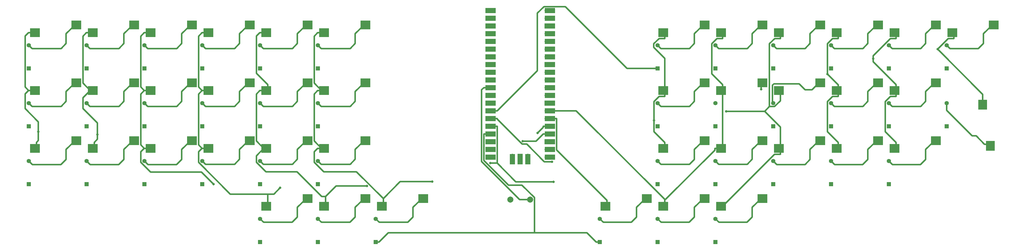
<source format=gbr>
G04 #@! TF.GenerationSoftware,KiCad,Pcbnew,7.0.10*
G04 #@! TF.CreationDate,2024-04-07T15:44:14+09:00*
G04 #@! TF.ProjectId,first_keyboard,66697273-745f-46b6-9579-626f6172642e,rev?*
G04 #@! TF.SameCoordinates,Original*
G04 #@! TF.FileFunction,Copper,L2,Bot*
G04 #@! TF.FilePolarity,Positive*
%FSLAX46Y46*%
G04 Gerber Fmt 4.6, Leading zero omitted, Abs format (unit mm)*
G04 Created by KiCad (PCBNEW 7.0.10) date 2024-04-07 15:44:14*
%MOMM*%
%LPD*%
G01*
G04 APERTURE LIST*
G04 #@! TA.AperFunction,SMDPad,CuDef*
%ADD10R,3.300000X3.000000*%
G04 #@! TD*
G04 #@! TA.AperFunction,SMDPad,CuDef*
%ADD11R,3.000000X3.300000*%
G04 #@! TD*
G04 #@! TA.AperFunction,ComponentPad*
%ADD12C,2.000000*%
G04 #@! TD*
G04 #@! TA.AperFunction,ComponentPad*
%ADD13R,1.397000X1.397000*%
G04 #@! TD*
G04 #@! TA.AperFunction,ComponentPad*
%ADD14C,1.397000*%
G04 #@! TD*
G04 #@! TA.AperFunction,ComponentPad*
%ADD15O,1.700000X1.700000*%
G04 #@! TD*
G04 #@! TA.AperFunction,SMDPad,CuDef*
%ADD16R,3.500000X1.700000*%
G04 #@! TD*
G04 #@! TA.AperFunction,ComponentPad*
%ADD17R,1.700000X1.700000*%
G04 #@! TD*
G04 #@! TA.AperFunction,SMDPad,CuDef*
%ADD18R,1.700000X3.500000*%
G04 #@! TD*
G04 #@! TA.AperFunction,ViaPad*
%ADD19C,0.800000*%
G04 #@! TD*
G04 #@! TA.AperFunction,Conductor*
%ADD20C,0.500000*%
G04 #@! TD*
G04 APERTURE END LIST*
D10*
X254170000Y-113263700D03*
X267770000Y-110723700D03*
X330370000Y-113263700D03*
X343970000Y-110723700D03*
X104295000Y-151363700D03*
X117895000Y-148823700D03*
X273220000Y-113263700D03*
X286820000Y-110723700D03*
X47145000Y-151363700D03*
X60745000Y-148823700D03*
X85245000Y-151363700D03*
X98845000Y-148823700D03*
X104295000Y-113263700D03*
X117895000Y-110723700D03*
X47145000Y-113263700D03*
X60745000Y-110723700D03*
X235120000Y-170413700D03*
X248720000Y-167873700D03*
X123345000Y-170413700D03*
X136945000Y-167873700D03*
X292270000Y-132313700D03*
X305870000Y-129773700D03*
X273220000Y-151363700D03*
X286820000Y-148823700D03*
X85245000Y-113263700D03*
X98845000Y-110723700D03*
X66195000Y-151363700D03*
X79795000Y-148823700D03*
X273220000Y-170413700D03*
X286820000Y-167873700D03*
X85245000Y-132313700D03*
X98845000Y-129773700D03*
X123345000Y-132313700D03*
X136945000Y-129773700D03*
X254170000Y-151363700D03*
X267770000Y-148823700D03*
X123345000Y-151363700D03*
X136945000Y-148823700D03*
X292270000Y-113263700D03*
X305870000Y-110723700D03*
X292270000Y-151363700D03*
X305870000Y-148823700D03*
X123345000Y-113263700D03*
X136945000Y-110723700D03*
X330370000Y-132313700D03*
X343970000Y-129773700D03*
D11*
X359410000Y-137018700D03*
X361950000Y-150518700D03*
D10*
X254170000Y-132313700D03*
X267770000Y-129773700D03*
X161445000Y-170413700D03*
X175045000Y-167873700D03*
X311320000Y-113263700D03*
X324920000Y-110723700D03*
X254170000Y-170413700D03*
X267770000Y-167873700D03*
X66195000Y-113263700D03*
X79795000Y-110723700D03*
X273220000Y-132313700D03*
X286820000Y-129773700D03*
X47145000Y-132313700D03*
X60745000Y-129773700D03*
X66195000Y-132313700D03*
X79795000Y-129773700D03*
X142395000Y-113263700D03*
X155995000Y-110723700D03*
X142395000Y-132313700D03*
X155995000Y-129773700D03*
X330370000Y-151363700D03*
X343970000Y-148823700D03*
X104295000Y-132313700D03*
X117895000Y-129773700D03*
X142395000Y-151363700D03*
X155995000Y-148823700D03*
X142395000Y-170413700D03*
X155995000Y-167873700D03*
D12*
X210245000Y-168231200D03*
X203745000Y-168231200D03*
D10*
X349420000Y-113263700D03*
X363020000Y-110723700D03*
X311320000Y-151363700D03*
X324920000Y-148823700D03*
X311320000Y-132313700D03*
X324920000Y-129773700D03*
D13*
X252238800Y-163122400D03*
D14*
X252238800Y-155502400D03*
D13*
X290338800Y-163122400D03*
D14*
X290338800Y-155502400D03*
D13*
X83170000Y-163122400D03*
D14*
X83170000Y-155502400D03*
D13*
X271288800Y-125022400D03*
D14*
X271288800Y-117402400D03*
D13*
X64120000Y-144072400D03*
D14*
X64120000Y-136452400D03*
D13*
X328438800Y-125022400D03*
D14*
X328438800Y-117402400D03*
D13*
X140320000Y-144072400D03*
D14*
X140320000Y-136452400D03*
D13*
X121270000Y-163122400D03*
D14*
X121270000Y-155502400D03*
D13*
X140320000Y-163122400D03*
D14*
X140320000Y-155502400D03*
D13*
X271288800Y-163122400D03*
D14*
X271288800Y-155502400D03*
D13*
X64120000Y-163122400D03*
D14*
X64120000Y-155502400D03*
D13*
X121270000Y-182172400D03*
D14*
X121270000Y-174552400D03*
D13*
X140320000Y-182172400D03*
D14*
X140320000Y-174552400D03*
D13*
X83170000Y-144072400D03*
D14*
X83170000Y-136452400D03*
D13*
X309388800Y-163122400D03*
D14*
X309388800Y-155502400D03*
D13*
X271288800Y-144072400D03*
D14*
X271288800Y-136452400D03*
D13*
X45070000Y-144072400D03*
D14*
X45070000Y-136452400D03*
D13*
X121270000Y-125022400D03*
D14*
X121270000Y-117402400D03*
D13*
X252238800Y-182172400D03*
D14*
X252238800Y-174552400D03*
D13*
X290338800Y-144072400D03*
D14*
X290338800Y-136452400D03*
D13*
X252238800Y-144072400D03*
D14*
X252238800Y-136452400D03*
D13*
X328438800Y-163122400D03*
D14*
X328438800Y-155502400D03*
D13*
X102220000Y-144072400D03*
D14*
X102220000Y-136452400D03*
D13*
X45070000Y-125022400D03*
D14*
X45070000Y-117402400D03*
D13*
X140320000Y-125022400D03*
D14*
X140320000Y-117402400D03*
D13*
X347488800Y-144072400D03*
D14*
X347488800Y-136452400D03*
D13*
X271288800Y-182172400D03*
D14*
X271288800Y-174552400D03*
D13*
X328438800Y-144072400D03*
D14*
X328438800Y-136452400D03*
D13*
X102220000Y-125022400D03*
D14*
X102220000Y-117402400D03*
D13*
X252238800Y-125022400D03*
D14*
X252238800Y-117402400D03*
D13*
X64120000Y-125022400D03*
D14*
X64120000Y-117402400D03*
D13*
X290338800Y-125022400D03*
D14*
X290338800Y-117402400D03*
D13*
X233188800Y-182172400D03*
D14*
X233188800Y-174552400D03*
D13*
X45070000Y-163122400D03*
D14*
X45070000Y-155502400D03*
D13*
X347488800Y-125022400D03*
D14*
X347488800Y-117402400D03*
D13*
X159370000Y-182172400D03*
D14*
X159370000Y-174552400D03*
D13*
X102220000Y-163122400D03*
D14*
X102220000Y-155502400D03*
D15*
X215885000Y-106001200D03*
D16*
X216785000Y-106001200D03*
D15*
X215885000Y-108541200D03*
D16*
X216785000Y-108541200D03*
D17*
X215885000Y-111081200D03*
D16*
X216785000Y-111081200D03*
D15*
X215885000Y-113621200D03*
D16*
X216785000Y-113621200D03*
D15*
X215885000Y-116161200D03*
D16*
X216785000Y-116161200D03*
D15*
X215885000Y-118701200D03*
D16*
X216785000Y-118701200D03*
D15*
X215885000Y-121241200D03*
D16*
X216785000Y-121241200D03*
D17*
X215885000Y-123781200D03*
D16*
X216785000Y-123781200D03*
D15*
X215885000Y-126321200D03*
D16*
X216785000Y-126321200D03*
D15*
X215885000Y-128861200D03*
D16*
X216785000Y-128861200D03*
D15*
X215885000Y-131401200D03*
D16*
X216785000Y-131401200D03*
D15*
X215885000Y-133941200D03*
D16*
X216785000Y-133941200D03*
D17*
X215885000Y-136481200D03*
D16*
X216785000Y-136481200D03*
D15*
X215885000Y-139021200D03*
D16*
X216785000Y-139021200D03*
D15*
X215885000Y-141561200D03*
D16*
X216785000Y-141561200D03*
D15*
X215885000Y-144101200D03*
D16*
X216785000Y-144101200D03*
D15*
X215885000Y-146641200D03*
D16*
X216785000Y-146641200D03*
D17*
X215885000Y-149181200D03*
D16*
X216785000Y-149181200D03*
D15*
X215885000Y-151721200D03*
D16*
X216785000Y-151721200D03*
D15*
X215885000Y-154261200D03*
D16*
X216785000Y-154261200D03*
D15*
X198105000Y-154261200D03*
D16*
X197205000Y-154261200D03*
D15*
X198105000Y-151721200D03*
D16*
X197205000Y-151721200D03*
D17*
X198105000Y-149181200D03*
D16*
X197205000Y-149181200D03*
D15*
X198105000Y-146641200D03*
D16*
X197205000Y-146641200D03*
D15*
X198105000Y-144101200D03*
D16*
X197205000Y-144101200D03*
D15*
X198105000Y-141561200D03*
D16*
X197205000Y-141561200D03*
D15*
X198105000Y-139021200D03*
D16*
X197205000Y-139021200D03*
D17*
X198105000Y-136481200D03*
D16*
X197205000Y-136481200D03*
D15*
X198105000Y-133941200D03*
D16*
X197205000Y-133941200D03*
D15*
X198105000Y-131401200D03*
D16*
X197205000Y-131401200D03*
D15*
X198105000Y-128861200D03*
D16*
X197205000Y-128861200D03*
D15*
X198105000Y-126321200D03*
D16*
X197205000Y-126321200D03*
D17*
X198105000Y-123781200D03*
D16*
X197205000Y-123781200D03*
D15*
X198105000Y-121241200D03*
D16*
X197205000Y-121241200D03*
D15*
X198105000Y-118701200D03*
D16*
X197205000Y-118701200D03*
D15*
X198105000Y-116161200D03*
D16*
X197205000Y-116161200D03*
D15*
X198105000Y-113621200D03*
D16*
X197205000Y-113621200D03*
D17*
X198105000Y-111081200D03*
D16*
X197205000Y-111081200D03*
D15*
X198105000Y-108541200D03*
D16*
X197205000Y-108541200D03*
D15*
X198105000Y-106001200D03*
D16*
X197205000Y-106001200D03*
D15*
X209535000Y-154031200D03*
D18*
X209535000Y-154931200D03*
D17*
X206995000Y-154031200D03*
D18*
X206995000Y-154931200D03*
D15*
X204455000Y-154031200D03*
D18*
X204455000Y-154931200D03*
D13*
X309388800Y-144072400D03*
D14*
X309388800Y-136452400D03*
D13*
X121270000Y-144072400D03*
D14*
X121270000Y-136452400D03*
D13*
X83170000Y-125022400D03*
D14*
X83170000Y-117402400D03*
D13*
X309388800Y-125022400D03*
D14*
X309388800Y-117402400D03*
D19*
X217500800Y-155750200D03*
X217949600Y-162367800D03*
X197120600Y-156233100D03*
X286369900Y-131906600D03*
X48260100Y-145919500D03*
X67703700Y-146798700D03*
X105950800Y-163117200D03*
X127883900Y-164372900D03*
X156513400Y-163709400D03*
X207839400Y-148976800D03*
X178046600Y-162345300D03*
X212722400Y-146283100D03*
X251075600Y-142158100D03*
X274864500Y-139197500D03*
X308223400Y-126888300D03*
X323282300Y-121840100D03*
X344543300Y-118737900D03*
D20*
X46215800Y-118548200D02*
X55724500Y-118548200D01*
X55724500Y-118548200D02*
X57387300Y-116885400D01*
X45070000Y-117402400D02*
X46215800Y-118548200D01*
X57387300Y-116885400D02*
X57387300Y-113631400D01*
X57387300Y-113631400D02*
X60295000Y-110723700D01*
X212624600Y-125803500D02*
X212624600Y-106886300D01*
X212624600Y-106886300D02*
X214811600Y-104699300D01*
X221833800Y-104699300D02*
X242156900Y-125022400D01*
X199406900Y-139021200D02*
X212624600Y-125803500D01*
X214811600Y-104699300D02*
X221833800Y-104699300D01*
X198105000Y-139021200D02*
X199406900Y-139021200D01*
X242156900Y-125022400D02*
X252238800Y-125022400D01*
X57387300Y-135935400D02*
X57387300Y-132681400D01*
X57387300Y-132681400D02*
X60295000Y-129773700D01*
X46215800Y-137598200D02*
X55724500Y-137598200D01*
X55724500Y-137598200D02*
X57387300Y-135935400D01*
X45070000Y-136452400D02*
X46215800Y-137598200D01*
X209173700Y-149962900D02*
X214961000Y-155750200D01*
X198105000Y-141561200D02*
X199406900Y-141561200D01*
X207620800Y-149962900D02*
X209173700Y-149962900D01*
X214961000Y-155750200D02*
X217500800Y-155750200D01*
X199406900Y-141561200D02*
X199406900Y-141749000D01*
X199406900Y-141749000D02*
X207620800Y-149962900D01*
X57387300Y-155018400D02*
X57387300Y-151731400D01*
X55689400Y-156716300D02*
X57387300Y-155018400D01*
X57387300Y-151731400D02*
X60295000Y-148823700D01*
X45070000Y-155502400D02*
X46283900Y-156716300D01*
X46283900Y-156716300D02*
X55689400Y-156716300D01*
X199406900Y-144101200D02*
X199406900Y-156233100D01*
X205541600Y-162367800D02*
X217949600Y-162367800D01*
X199406900Y-156233100D02*
X197120600Y-156233100D01*
X198105000Y-144101200D02*
X199406900Y-144101200D01*
X199406900Y-156233100D02*
X205541600Y-162367800D01*
X64120000Y-117402400D02*
X65265800Y-118548200D01*
X76437300Y-116885400D02*
X76437300Y-113631400D01*
X65265800Y-118548200D02*
X74774500Y-118548200D01*
X76437300Y-113631400D02*
X79345000Y-110723700D01*
X74774500Y-118548200D02*
X76437300Y-116885400D01*
X211714300Y-179126300D02*
X163566500Y-179126300D01*
X233188800Y-182172400D02*
X232038400Y-182172400D01*
X195003100Y-146641200D02*
X195003100Y-155341800D01*
X228992300Y-179126300D02*
X211714300Y-179126300D01*
X163566500Y-179126300D02*
X160520400Y-182172400D01*
X207588200Y-163472200D02*
X211714300Y-167598300D01*
X198105000Y-146641200D02*
X195003100Y-146641200D01*
X159370000Y-182172400D02*
X160520400Y-182172400D01*
X232038400Y-182172400D02*
X228992300Y-179126300D01*
X211714300Y-167598300D02*
X211714300Y-179126300D01*
X195003100Y-155341800D02*
X203133500Y-163472200D01*
X203133500Y-163472200D02*
X207588200Y-163472200D01*
X65265800Y-137598200D02*
X74774500Y-137598200D01*
X74774500Y-137598200D02*
X76437300Y-135935400D01*
X76437300Y-132681400D02*
X79345000Y-129773700D01*
X76437300Y-135935400D02*
X76437300Y-132681400D01*
X64120000Y-136452400D02*
X65265800Y-137598200D01*
X76437300Y-155018400D02*
X76437300Y-151731400D01*
X64120000Y-155502400D02*
X65333900Y-156716300D01*
X76437300Y-151731400D02*
X79345000Y-148823700D01*
X74739400Y-156716300D02*
X76437300Y-155018400D01*
X65333900Y-156716300D02*
X74739400Y-156716300D01*
X95487300Y-113631400D02*
X98395000Y-110723700D01*
X95487300Y-116885400D02*
X95487300Y-113631400D01*
X83170000Y-117402400D02*
X84315800Y-118548200D01*
X84315800Y-118548200D02*
X93824500Y-118548200D01*
X93824500Y-118548200D02*
X95487300Y-116885400D01*
X95487300Y-132681400D02*
X95487300Y-135935400D01*
X84315800Y-137598200D02*
X83170000Y-136452400D01*
X93824500Y-137598200D02*
X84315800Y-137598200D01*
X95487300Y-135935400D02*
X93824500Y-137598200D01*
X98395000Y-129773700D02*
X95487300Y-132681400D01*
X84355900Y-156688300D02*
X93808500Y-156688300D01*
X95487300Y-151731400D02*
X98395000Y-148823700D01*
X83170000Y-155502400D02*
X84355900Y-156688300D01*
X93808500Y-156688300D02*
X95487300Y-155009500D01*
X95487300Y-155009500D02*
X95487300Y-151731400D01*
X102220000Y-117402400D02*
X103365800Y-118548200D01*
X114537300Y-113631400D02*
X117445000Y-110723700D01*
X114537300Y-116885400D02*
X114537300Y-113631400D01*
X103365800Y-118548200D02*
X112874500Y-118548200D01*
X112874500Y-118548200D02*
X114537300Y-116885400D01*
X114537300Y-132681400D02*
X117445000Y-129773700D01*
X102220000Y-136452400D02*
X103365800Y-137598200D01*
X114537300Y-135935400D02*
X114537300Y-132681400D01*
X112874500Y-137598200D02*
X114537300Y-135935400D01*
X103365800Y-137598200D02*
X112874500Y-137598200D01*
X102220000Y-155502400D02*
X103366300Y-156648700D01*
X114537300Y-154985600D02*
X114537300Y-151731400D01*
X112874200Y-156648700D02*
X114537300Y-154985600D01*
X103366300Y-156648700D02*
X112874200Y-156648700D01*
X114537300Y-151731400D02*
X117445000Y-148823700D01*
X122447700Y-175730100D02*
X131889700Y-175730100D01*
X131889700Y-175730100D02*
X133587300Y-174032500D01*
X133587300Y-174032500D02*
X133587300Y-170781400D01*
X133587300Y-170781400D02*
X136495000Y-167873700D01*
X121270000Y-174552400D02*
X122447700Y-175730100D01*
X133587300Y-113631400D02*
X136495000Y-110723700D01*
X131924500Y-118548200D02*
X133587300Y-116885400D01*
X133587300Y-116885400D02*
X133587300Y-113631400D01*
X122415800Y-118548200D02*
X131924500Y-118548200D01*
X121270000Y-117402400D02*
X122415800Y-118548200D01*
X122415800Y-137598200D02*
X131924500Y-137598200D01*
X133587300Y-135935400D02*
X133587300Y-132681400D01*
X121270000Y-136452400D02*
X122415800Y-137598200D01*
X131924500Y-137598200D02*
X133587300Y-135935400D01*
X133587300Y-132681400D02*
X136495000Y-129773700D01*
X121270000Y-155502400D02*
X122415800Y-156648200D01*
X122415800Y-156648200D02*
X131924500Y-156648200D01*
X133587300Y-154985400D02*
X133587300Y-151731400D01*
X133587300Y-151731400D02*
X136495000Y-148823700D01*
X131924500Y-156648200D02*
X133587300Y-154985400D01*
X150939700Y-175730100D02*
X152637300Y-174032500D01*
X140320000Y-174552400D02*
X141497700Y-175730100D01*
X141497700Y-175730100D02*
X150939700Y-175730100D01*
X152637300Y-170781400D02*
X155545000Y-167873700D01*
X152637300Y-174032500D02*
X152637300Y-170781400D01*
X152637300Y-113631400D02*
X155545000Y-110723700D01*
X141465800Y-118548200D02*
X150974500Y-118548200D01*
X152637300Y-116885400D02*
X152637300Y-113631400D01*
X150974500Y-118548200D02*
X152637300Y-116885400D01*
X140320000Y-117402400D02*
X141465800Y-118548200D01*
X152637300Y-135935400D02*
X152637300Y-132681400D01*
X152637300Y-132681400D02*
X155545000Y-129773700D01*
X140320000Y-136452400D02*
X141465800Y-137598200D01*
X141465800Y-137598200D02*
X150974500Y-137598200D01*
X150974500Y-137598200D02*
X152637300Y-135935400D01*
X141465800Y-156648200D02*
X150974500Y-156648200D01*
X152637300Y-151731400D02*
X155545000Y-148823700D01*
X150974500Y-156648200D02*
X152637300Y-154985400D01*
X140320000Y-155502400D02*
X141465800Y-156648200D01*
X152637300Y-154985400D02*
X152637300Y-151731400D01*
X171687300Y-174032500D02*
X171687300Y-170781400D01*
X169989700Y-175730100D02*
X171687300Y-174032500D01*
X160547700Y-175730100D02*
X169989700Y-175730100D01*
X159370000Y-174552400D02*
X160547700Y-175730100D01*
X171687300Y-170781400D02*
X174595000Y-167873700D01*
X262749500Y-118548200D02*
X264412300Y-116885400D01*
X264412300Y-116885400D02*
X264412300Y-113631400D01*
X264412300Y-113631400D02*
X267320000Y-110723700D01*
X252238800Y-117402400D02*
X253384600Y-118548200D01*
X253384600Y-118548200D02*
X262749500Y-118548200D01*
X264412300Y-132681400D02*
X267320000Y-129773700D01*
X252238800Y-136452400D02*
X253384600Y-137598200D01*
X253384600Y-137598200D02*
X262749500Y-137598200D01*
X262749500Y-137598200D02*
X264412300Y-135935400D01*
X264412300Y-135935400D02*
X264412300Y-132681400D01*
X253404000Y-156667600D02*
X262745900Y-156667600D01*
X252238800Y-155502400D02*
X253404000Y-156667600D01*
X264412300Y-151731400D02*
X267320000Y-148823700D01*
X264412300Y-155001200D02*
X264412300Y-151731400D01*
X262745900Y-156667600D02*
X264412300Y-155001200D01*
X234366500Y-175730100D02*
X243664700Y-175730100D01*
X245362300Y-170781400D02*
X248270000Y-167873700D01*
X243664700Y-175730100D02*
X245362300Y-174032500D01*
X245362300Y-174032500D02*
X245362300Y-170781400D01*
X233188800Y-174552400D02*
X234366500Y-175730100D01*
X281799500Y-118548200D02*
X283462300Y-116885400D01*
X271288800Y-117402400D02*
X272434600Y-118548200D01*
X283462300Y-113631400D02*
X286370000Y-110723700D01*
X283462300Y-116885400D02*
X283462300Y-113631400D01*
X272434600Y-118548200D02*
X281799500Y-118548200D01*
X286370000Y-131906500D02*
X286370000Y-129773700D01*
X286369900Y-131906600D02*
X286370000Y-131906500D01*
X281799500Y-156648200D02*
X283462300Y-154985400D01*
X283462300Y-154985400D02*
X283462300Y-151731400D01*
X272434600Y-156648200D02*
X281799500Y-156648200D01*
X271288800Y-155502400D02*
X272434600Y-156648200D01*
X283462300Y-151731400D02*
X286370000Y-148823700D01*
X252238800Y-174552400D02*
X253416500Y-175730100D01*
X264412300Y-170781400D02*
X267320000Y-167873700D01*
X253416500Y-175730100D02*
X262714700Y-175730100D01*
X264412300Y-174032500D02*
X264412300Y-170781400D01*
X262714700Y-175730100D02*
X264412300Y-174032500D01*
X290338800Y-117402400D02*
X291484600Y-118548200D01*
X300849500Y-118548200D02*
X302512300Y-116885400D01*
X302512300Y-116885400D02*
X302512300Y-113631400D01*
X291484600Y-118548200D02*
X300849500Y-118548200D01*
X302512300Y-113631400D02*
X305420000Y-110723700D01*
X290338800Y-136452400D02*
X290140700Y-136254300D01*
X290140700Y-130590400D02*
X290588300Y-130142800D01*
X303142600Y-132051100D02*
X305420000Y-129773700D01*
X290140700Y-136254300D02*
X290140700Y-130590400D01*
X290588300Y-130142800D02*
X298941800Y-130142800D01*
X300850100Y-132051100D02*
X303142600Y-132051100D01*
X298941800Y-130142800D02*
X300850100Y-132051100D01*
X302512300Y-155039000D02*
X302512300Y-151731400D01*
X302512300Y-151731400D02*
X305420000Y-148823700D01*
X300851400Y-156699900D02*
X302512300Y-155039000D01*
X290338800Y-155502400D02*
X291536300Y-156699900D01*
X291536300Y-156699900D02*
X300851400Y-156699900D01*
X283462300Y-170781400D02*
X286370000Y-167873700D01*
X281764700Y-175730100D02*
X283462300Y-174032500D01*
X272466500Y-175730100D02*
X281764700Y-175730100D01*
X271288800Y-174552400D02*
X272466500Y-175730100D01*
X283462300Y-174032500D02*
X283462300Y-170781400D01*
X309388800Y-117402400D02*
X310534600Y-118548200D01*
X319899500Y-118548200D02*
X321562300Y-116885400D01*
X310534600Y-118548200D02*
X319899500Y-118548200D01*
X321562300Y-113631400D02*
X324470000Y-110723700D01*
X321562300Y-116885400D02*
X321562300Y-113631400D01*
X321562300Y-135935400D02*
X321562300Y-132681400D01*
X321562300Y-132681400D02*
X324470000Y-129773700D01*
X309388800Y-136452400D02*
X310534600Y-137598200D01*
X319899500Y-137598200D02*
X321562300Y-135935400D01*
X310534600Y-137598200D02*
X319899500Y-137598200D01*
X321562300Y-151731400D02*
X324470000Y-148823700D01*
X310602700Y-156716300D02*
X319864400Y-156716300D01*
X309388800Y-155502400D02*
X310602700Y-156716300D01*
X319864400Y-156716300D02*
X321562300Y-155018400D01*
X321562300Y-155018400D02*
X321562300Y-151731400D01*
X340612300Y-116885400D02*
X340612300Y-113631400D01*
X329584600Y-118548200D02*
X338949500Y-118548200D01*
X340612300Y-113631400D02*
X343520000Y-110723700D01*
X328438800Y-117402400D02*
X329584600Y-118548200D01*
X338949500Y-118548200D02*
X340612300Y-116885400D01*
X340612300Y-135935400D02*
X340612300Y-132681400D01*
X329584600Y-137598200D02*
X338949500Y-137598200D01*
X328438800Y-136452400D02*
X329584600Y-137598200D01*
X340612300Y-132681400D02*
X343520000Y-129773700D01*
X338949500Y-137598200D02*
X340612300Y-135935400D01*
X329652700Y-156716300D02*
X338914400Y-156716300D01*
X328438800Y-155502400D02*
X329652700Y-156716300D01*
X340612300Y-151731400D02*
X343520000Y-148823700D01*
X340612300Y-155018400D02*
X340612300Y-151731400D01*
X338914400Y-156716300D02*
X340612300Y-155018400D01*
X198105000Y-131401200D02*
X195003100Y-131401200D01*
X195003100Y-131401200D02*
X194301200Y-132103100D01*
X194301200Y-132103100D02*
X194301200Y-155723500D01*
X206808900Y-168231200D02*
X210245000Y-168231200D01*
X194301200Y-155723500D02*
X206808900Y-168231200D01*
X47595000Y-132313700D02*
X45043100Y-132313700D01*
X43885900Y-114420900D02*
X45043100Y-113263700D01*
X43885900Y-131156500D02*
X43885900Y-114420900D01*
X45043100Y-132313700D02*
X43901900Y-133454900D01*
X47595000Y-151363700D02*
X47595000Y-149411800D01*
X48260100Y-142626900D02*
X48260100Y-145919500D01*
X45043100Y-132313700D02*
X43885900Y-131156500D01*
X48260100Y-148746700D02*
X47595000Y-149411800D01*
X48260100Y-145919500D02*
X48260100Y-148746700D01*
X47595000Y-113263700D02*
X45043100Y-113263700D01*
X43901900Y-133454900D02*
X43901900Y-138268700D01*
X43901900Y-138268700D02*
X48260100Y-142626900D01*
X67703700Y-143020500D02*
X67703700Y-146798700D01*
X66645000Y-113263700D02*
X64093100Y-113263700D01*
X62962300Y-134720500D02*
X62962300Y-138279100D01*
X66645000Y-132313700D02*
X65369100Y-132313700D01*
X65369100Y-132313700D02*
X62924300Y-129868900D01*
X62924300Y-114432500D02*
X64093100Y-113263700D01*
X62962300Y-138279100D02*
X67703700Y-143020500D01*
X67703700Y-146798700D02*
X67703700Y-148353100D01*
X66645000Y-151363700D02*
X66645000Y-149411800D01*
X62924300Y-129868900D02*
X62924300Y-114432500D01*
X67703700Y-148353100D02*
X66645000Y-149411800D01*
X65369100Y-132313700D02*
X62962300Y-134720500D01*
X81973400Y-150194000D02*
X83143100Y-151363700D01*
X101982700Y-159149100D02*
X85183100Y-159149100D01*
X85695000Y-132313700D02*
X83143100Y-132313700D01*
X105950800Y-163117200D02*
X101982700Y-159149100D01*
X83143100Y-132313700D02*
X81973400Y-133483400D01*
X81988800Y-155954800D02*
X81988800Y-152518000D01*
X81988800Y-152518000D02*
X83143100Y-151363700D01*
X85695000Y-113263700D02*
X83143100Y-113263700D01*
X85695000Y-151363700D02*
X83143100Y-151363700D01*
X85183100Y-159149100D02*
X81988800Y-155954800D01*
X81973400Y-133483400D02*
X81973400Y-150194000D01*
X81973400Y-131144000D02*
X83143100Y-132313700D01*
X83143100Y-113263700D02*
X81973400Y-114433400D01*
X81973400Y-114433400D02*
X81973400Y-131144000D01*
X104745000Y-113263700D02*
X102193100Y-113263700D01*
X123795000Y-170413700D02*
X123795000Y-168461800D01*
X101023400Y-150194000D02*
X102193100Y-151363700D01*
X102193100Y-113263700D02*
X101023400Y-114433400D01*
X101038800Y-152518000D02*
X102193100Y-151363700D01*
X101038800Y-155969100D02*
X101038800Y-152518000D01*
X127883900Y-164372900D02*
X125839500Y-166417300D01*
X123795000Y-166417300D02*
X111487000Y-166417300D01*
X111487000Y-166417300D02*
X101038800Y-155969100D01*
X125839500Y-166417300D02*
X123795000Y-166417300D01*
X101023400Y-133483400D02*
X101023400Y-150194000D01*
X123795000Y-166417300D02*
X123795000Y-168461800D01*
X104745000Y-151363700D02*
X102193100Y-151363700D01*
X102193100Y-132313700D02*
X101023400Y-133483400D01*
X101023400Y-114433400D02*
X101023400Y-131144000D01*
X104745000Y-132313700D02*
X102193100Y-132313700D01*
X101023400Y-131144000D02*
X102193100Y-132313700D01*
X123795000Y-132313700D02*
X123795000Y-130361800D01*
X156513400Y-163709400D02*
X146323900Y-163709400D01*
X146323900Y-163709400D02*
X142845000Y-167188300D01*
X123795000Y-151363700D02*
X122519100Y-151363700D01*
X120074300Y-155954600D02*
X123223400Y-159103700D01*
X142845000Y-167188300D02*
X142845000Y-168532700D01*
X120074300Y-133482500D02*
X121243100Y-132313700D01*
X212247500Y-148976800D02*
X207839400Y-148976800D01*
X120112300Y-126679100D02*
X123795000Y-130361800D01*
X214583100Y-146641200D02*
X212247500Y-148976800D01*
X215885000Y-146641200D02*
X214583100Y-146641200D01*
X122519100Y-151363700D02*
X120074300Y-153808500D01*
X121243100Y-113263700D02*
X120112300Y-114394500D01*
X123795000Y-132313700D02*
X121243100Y-132313700D01*
X120074300Y-153808500D02*
X120074300Y-155954600D01*
X122519100Y-151363700D02*
X120074300Y-148918900D01*
X123795000Y-113263700D02*
X121243100Y-113263700D01*
X120112300Y-114394500D02*
X120112300Y-126679100D01*
X120074300Y-148918900D02*
X120074300Y-133482500D01*
X123223400Y-159103700D02*
X133486900Y-159103700D01*
X133486900Y-159103700D02*
X141571500Y-167188300D01*
X141571500Y-167188300D02*
X142845000Y-167188300D01*
X142845000Y-170413700D02*
X142845000Y-168532700D01*
X141569100Y-151363700D02*
X140293100Y-151363700D01*
X214583100Y-144101200D02*
X214583100Y-144422400D01*
X139124300Y-133482500D02*
X140293100Y-132313700D01*
X141569100Y-132313700D02*
X140293100Y-132313700D01*
X178046600Y-162345300D02*
X167435900Y-162345300D01*
X161895000Y-168461800D02*
X161895000Y-167886200D01*
X139138800Y-155954800D02*
X139138800Y-152518000D01*
X161895000Y-167886200D02*
X153077300Y-159068500D01*
X215885000Y-144101200D02*
X214583100Y-144101200D01*
X167435900Y-162345300D02*
X161895000Y-167886200D01*
X139124300Y-114432500D02*
X140293100Y-113263700D01*
X214583100Y-144422400D02*
X212722400Y-146283100D01*
X161895000Y-170413700D02*
X161895000Y-168461800D01*
X139124300Y-148918900D02*
X139124300Y-133482500D01*
X142845000Y-132313700D02*
X141569100Y-132313700D01*
X153077300Y-159068500D02*
X142252500Y-159068500D01*
X142252500Y-159068500D02*
X139138800Y-155954800D01*
X142845000Y-151363700D02*
X141569100Y-151363700D01*
X141569100Y-151363700D02*
X139124300Y-148918900D01*
X139124300Y-129868900D02*
X139124300Y-114432500D01*
X141569100Y-132313700D02*
X139124300Y-129868900D01*
X142845000Y-113263700D02*
X140293100Y-113263700D01*
X139138800Y-152518000D02*
X140293100Y-151363700D01*
X251075600Y-145867400D02*
X251075600Y-142158100D01*
X251075600Y-135980100D02*
X252790100Y-134265600D01*
X254620000Y-132313700D02*
X254620000Y-121731000D01*
X252790100Y-134265600D02*
X254620000Y-134265600D01*
X251041400Y-118152400D02*
X251041400Y-116924200D01*
X235570000Y-170413700D02*
X235570000Y-168461800D01*
X218986900Y-141561200D02*
X218986900Y-151878700D01*
X215885000Y-141561200D02*
X218986900Y-141561200D01*
X254620000Y-113263700D02*
X254620000Y-115215600D01*
X254620000Y-151363700D02*
X254620000Y-149411800D01*
X218986900Y-151878700D02*
X235570000Y-168461800D01*
X254620000Y-132313700D02*
X254620000Y-134265600D01*
X252750000Y-115215600D02*
X254620000Y-115215600D01*
X251075600Y-142158100D02*
X251075600Y-135980100D01*
X254620000Y-121731000D02*
X251041400Y-118152400D01*
X251041400Y-116924200D02*
X252750000Y-115215600D01*
X254620000Y-149411800D02*
X251075600Y-145867400D01*
X272394100Y-151363700D02*
X271118100Y-151363700D01*
X254620000Y-170413700D02*
X254620000Y-168532700D01*
X254893600Y-168188200D02*
X271118100Y-151963700D01*
X273670000Y-151363700D02*
X272394100Y-151363700D01*
X215885000Y-139021200D02*
X225453000Y-139021200D01*
X271118100Y-151963700D02*
X271118100Y-151363700D01*
X272394100Y-151363700D02*
X273670000Y-150087800D01*
X273670000Y-130361800D02*
X270123400Y-126815200D01*
X271840100Y-115215600D02*
X273670000Y-115215600D01*
X270123400Y-116932300D02*
X271840100Y-115215600D01*
X273670000Y-113263700D02*
X273670000Y-115215600D01*
X254620000Y-168532700D02*
X254620000Y-168188200D01*
X254620000Y-168188200D02*
X254893600Y-168188200D01*
X270123400Y-126815200D02*
X270123400Y-116932300D01*
X273670000Y-150087800D02*
X273670000Y-132313700D01*
X225453000Y-139021200D02*
X254620000Y-168188200D01*
X273670000Y-132313700D02*
X273670000Y-130361800D01*
X292720000Y-135704300D02*
X292720000Y-132313700D01*
X292720000Y-151677700D02*
X292720000Y-151363700D01*
X273670000Y-170413700D02*
X290768100Y-153315600D01*
X290815700Y-137608600D02*
X292720000Y-135704300D01*
X292720000Y-113263700D02*
X292720000Y-115215600D01*
X292720000Y-151363700D02*
X292720000Y-144365400D01*
X290890100Y-115215600D02*
X292720000Y-115215600D01*
X287552100Y-139197500D02*
X289141000Y-137608600D01*
X292720000Y-151677700D02*
X292720000Y-153315600D01*
X289141000Y-116964700D02*
X290890100Y-115215600D01*
X289141000Y-137608600D02*
X289141000Y-116964700D01*
X289141000Y-137608600D02*
X290815700Y-137608600D01*
X274864500Y-139197500D02*
X287552100Y-139197500D01*
X292720000Y-144365400D02*
X287552100Y-139197500D01*
X290768100Y-153315600D02*
X292720000Y-153315600D01*
X311770000Y-113263700D02*
X311770000Y-115215600D01*
X309940100Y-115215600D02*
X311770000Y-115215600D01*
X308238400Y-145880200D02*
X311770000Y-149411800D01*
X311696900Y-130361800D02*
X311770000Y-130361800D01*
X308238400Y-135967300D02*
X308238400Y-145880200D01*
X308223400Y-126888300D02*
X311696900Y-130361800D01*
X311770000Y-132313700D02*
X311770000Y-130361800D01*
X311770000Y-134265600D02*
X309940100Y-134265600D01*
X309940100Y-134265600D02*
X308238400Y-135967300D01*
X311770000Y-132313700D02*
X311770000Y-134265600D01*
X308223400Y-116932300D02*
X309940100Y-115215600D01*
X308223400Y-126888300D02*
X308223400Y-116932300D01*
X311770000Y-151363700D02*
X311770000Y-149411800D01*
X328990100Y-134265600D02*
X330820000Y-134265600D01*
X323282300Y-120923400D02*
X328990100Y-115215600D01*
X330820000Y-113263700D02*
X330820000Y-115215600D01*
X330820000Y-132313700D02*
X330820000Y-134265600D01*
X330820000Y-132313700D02*
X330820000Y-130361800D01*
X328990100Y-115215600D02*
X330820000Y-115215600D01*
X327273400Y-135982300D02*
X328990100Y-134265600D01*
X330820000Y-130361800D02*
X323282300Y-122824100D01*
X327273400Y-145865200D02*
X327273400Y-135982300D01*
X323282300Y-121840100D02*
X323282300Y-120923400D01*
X330820000Y-151363700D02*
X330820000Y-149411800D01*
X330820000Y-149411800D02*
X327273400Y-145865200D01*
X323282300Y-122824100D02*
X323282300Y-121840100D01*
X344543300Y-118737900D02*
X344543300Y-118677200D01*
X359410000Y-137518700D02*
X359410000Y-133604600D01*
X359410000Y-133604600D02*
X344543300Y-118737900D01*
X344543300Y-118677200D02*
X348004900Y-115215600D01*
X349870000Y-113263700D02*
X349870000Y-115215600D01*
X348004900Y-115215600D02*
X349870000Y-115215600D01*
X359662300Y-116882700D02*
X359662300Y-113631400D01*
X357968000Y-118577000D02*
X359662300Y-116882700D01*
X347488800Y-117402400D02*
X348663400Y-118577000D01*
X348663400Y-118577000D02*
X357968000Y-118577000D01*
X359662300Y-113631400D02*
X362570000Y-110723700D01*
X347488800Y-136452400D02*
X347488800Y-138865900D01*
X347488800Y-138865900D02*
X355883900Y-147261000D01*
X355883900Y-147261000D02*
X357240400Y-147261000D01*
X361950000Y-150018700D02*
X359998100Y-150018700D01*
X357240400Y-147261000D02*
X359998100Y-150018700D01*
M02*

</source>
